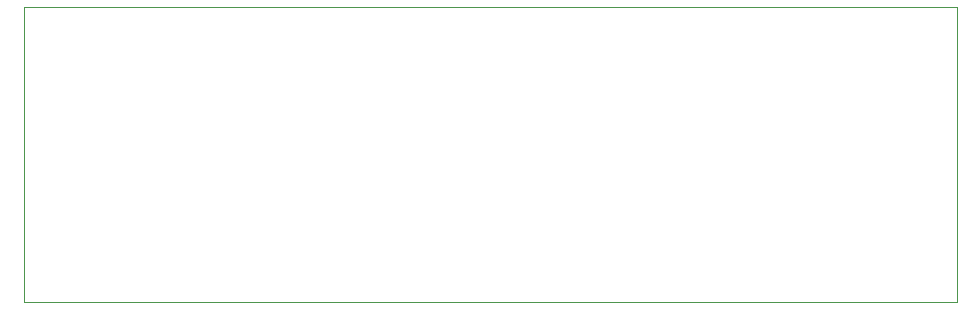
<source format=gbr>
G04 #@! TF.GenerationSoftware,KiCad,Pcbnew,6.0.11-2627ca5db0~126~ubuntu22.04.1*
G04 #@! TF.CreationDate,2023-03-12T17:13:59-04:00*
G04 #@! TF.ProjectId,ESP-Mailbox-rounded,4553502d-4d61-4696-9c62-6f782d726f75,rev?*
G04 #@! TF.SameCoordinates,PX4692680PY5d75c80*
G04 #@! TF.FileFunction,Profile,NP*
%FSLAX46Y46*%
G04 Gerber Fmt 4.6, Leading zero omitted, Abs format (unit mm)*
G04 Created by KiCad (PCBNEW 6.0.11-2627ca5db0~126~ubuntu22.04.1) date 2023-03-12 17:13:59*
%MOMM*%
%LPD*%
G01*
G04 APERTURE LIST*
G04 #@! TA.AperFunction,Profile*
%ADD10C,0.050000*%
G04 #@! TD*
G04 APERTURE END LIST*
D10*
X0Y25000000D02*
X79000000Y25000000D01*
X79000000Y25000000D02*
X79000000Y0D01*
X79000000Y0D02*
X0Y0D01*
X0Y0D02*
X0Y25000000D01*
M02*

</source>
